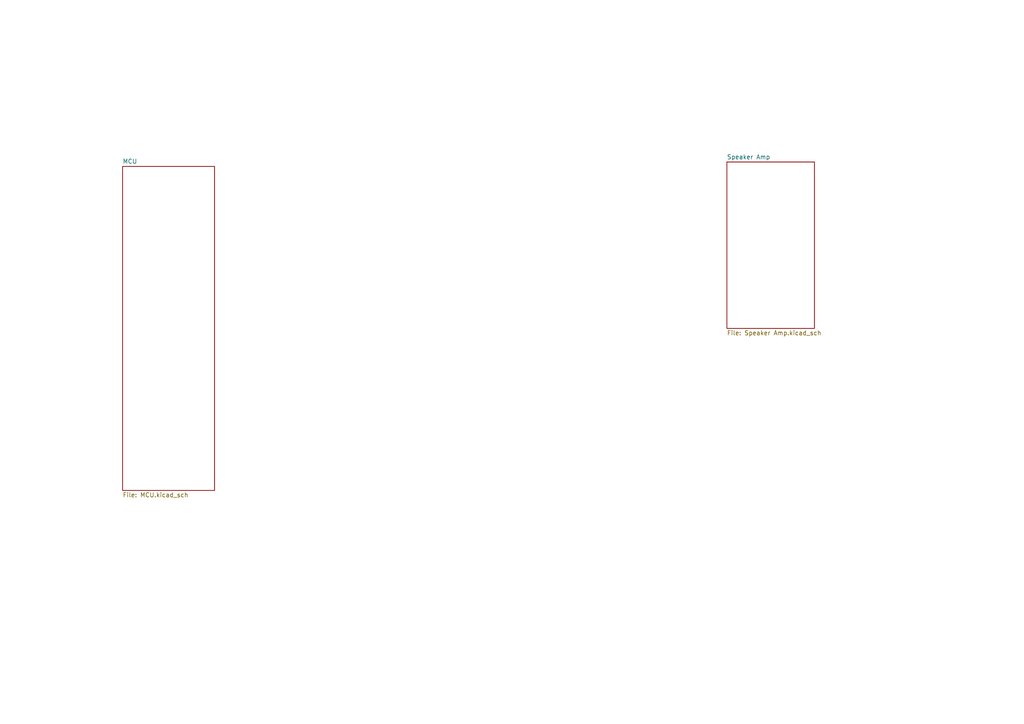
<source format=kicad_sch>
(kicad_sch
	(version 20250114)
	(generator "eeschema")
	(generator_version "9.0")
	(uuid "7c979da8-7e54-461e-8675-99eaf95aeefe")
	(paper "A4")
	(lib_symbols)
	(sheet
		(at 35.56 48.26)
		(size 26.67 93.98)
		(exclude_from_sim no)
		(in_bom yes)
		(on_board yes)
		(dnp no)
		(fields_autoplaced yes)
		(stroke
			(width 0.1524)
			(type solid)
		)
		(fill
			(color 0 0 0 0.0000)
		)
		(uuid "24c8d565-d348-4090-9976-605942d2a62c")
		(property "Sheetname" "MCU"
			(at 35.56 47.5484 0)
			(effects
				(font
					(size 1.27 1.27)
				)
				(justify left bottom)
			)
		)
		(property "Sheetfile" "MCU.kicad_sch"
			(at 35.56 142.8246 0)
			(effects
				(font
					(size 1.27 1.27)
				)
				(justify left top)
			)
		)
		(instances
			(project "Power Amp"
				(path "/7c979da8-7e54-461e-8675-99eaf95aeefe"
					(page "2")
				)
			)
		)
	)
	(sheet
		(at 210.82 46.99)
		(size 25.4 48.26)
		(exclude_from_sim no)
		(in_bom yes)
		(on_board yes)
		(dnp no)
		(fields_autoplaced yes)
		(stroke
			(width 0.1524)
			(type solid)
		)
		(fill
			(color 0 0 0 0.0000)
		)
		(uuid "52e364c8-bbc1-4146-9b61-4f56ef4be0ff")
		(property "Sheetname" "Speaker Amp"
			(at 210.82 46.2784 0)
			(effects
				(font
					(size 1.27 1.27)
				)
				(justify left bottom)
			)
		)
		(property "Sheetfile" "Speaker Amp.kicad_sch"
			(at 210.82 95.8346 0)
			(effects
				(font
					(size 1.27 1.27)
				)
				(justify left top)
			)
		)
		(instances
			(project "Power Amp"
				(path "/7c979da8-7e54-461e-8675-99eaf95aeefe"
					(page "3")
				)
			)
		)
	)
	(sheet_instances
		(path "/"
			(page "1")
		)
	)
	(embedded_fonts no)
)

</source>
